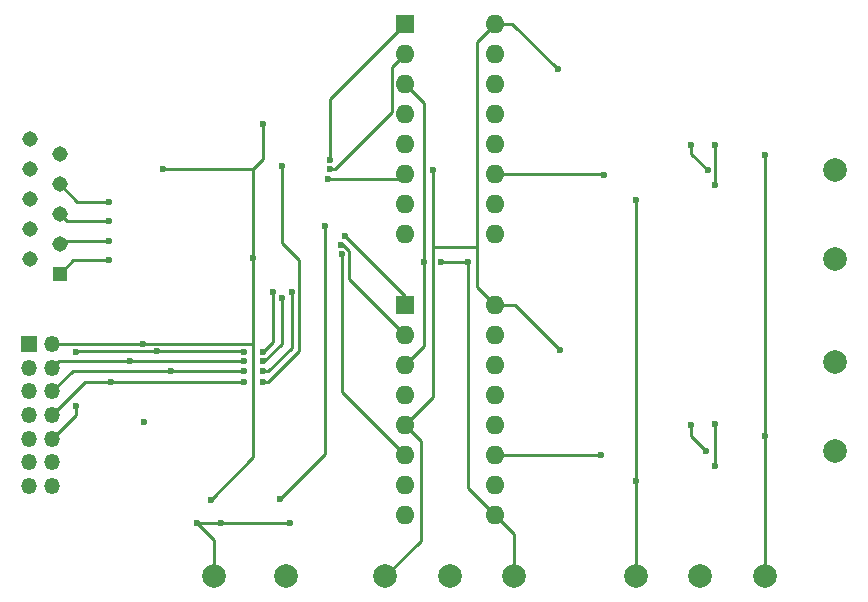
<source format=gbr>
G04 #@! TF.GenerationSoftware,KiCad,Pcbnew,(5.1.10-0-10_14)*
G04 #@! TF.CreationDate,2021-05-14T17:15:12+02:00*
G04 #@! TF.ProjectId,dac-i2s-nos,6461632d-6932-4732-9d6e-6f732e6b6963,rev?*
G04 #@! TF.SameCoordinates,Original*
G04 #@! TF.FileFunction,Copper,L2,Bot*
G04 #@! TF.FilePolarity,Positive*
%FSLAX46Y46*%
G04 Gerber Fmt 4.6, Leading zero omitted, Abs format (unit mm)*
G04 Created by KiCad (PCBNEW (5.1.10-0-10_14)) date 2021-05-14 17:15:12*
%MOMM*%
%LPD*%
G01*
G04 APERTURE LIST*
G04 #@! TA.AperFunction,ComponentPad*
%ADD10R,1.308000X1.308000*%
G04 #@! TD*
G04 #@! TA.AperFunction,ComponentPad*
%ADD11C,1.308000*%
G04 #@! TD*
G04 #@! TA.AperFunction,ComponentPad*
%ADD12O,1.350000X1.350000*%
G04 #@! TD*
G04 #@! TA.AperFunction,ComponentPad*
%ADD13R,1.350000X1.350000*%
G04 #@! TD*
G04 #@! TA.AperFunction,ComponentPad*
%ADD14C,2.000000*%
G04 #@! TD*
G04 #@! TA.AperFunction,ComponentPad*
%ADD15O,1.600000X1.600000*%
G04 #@! TD*
G04 #@! TA.AperFunction,ComponentPad*
%ADD16R,1.600000X1.600000*%
G04 #@! TD*
G04 #@! TA.AperFunction,ViaPad*
%ADD17C,0.600000*%
G04 #@! TD*
G04 #@! TA.AperFunction,Conductor*
%ADD18C,0.250000*%
G04 #@! TD*
G04 APERTURE END LIST*
D10*
X115421000Y-85982000D03*
D11*
X112881000Y-84712000D03*
X115421000Y-83442000D03*
X112881000Y-82172000D03*
X115421000Y-80902000D03*
X112881000Y-79632000D03*
X115421000Y-78362000D03*
X112881000Y-77092000D03*
X115421000Y-75822000D03*
X112881000Y-74552000D03*
D12*
X114808000Y-103948000D03*
X112808000Y-103948000D03*
X114808000Y-101948000D03*
X112808000Y-101948000D03*
X114808000Y-99948000D03*
X112808000Y-99948000D03*
X114808000Y-97948000D03*
X112808000Y-97948000D03*
X114808000Y-95948000D03*
X112808000Y-95948000D03*
X114808000Y-93948000D03*
X112808000Y-93948000D03*
X114808000Y-91948000D03*
D13*
X112808000Y-91948000D03*
D14*
X181102000Y-93472000D03*
X181102000Y-100965000D03*
D15*
X152294000Y-88646000D03*
X144674000Y-106426000D03*
X152294000Y-91186000D03*
X144674000Y-103886000D03*
X152294000Y-93726000D03*
X144674000Y-101346000D03*
X152294000Y-96266000D03*
X144674000Y-98806000D03*
X152294000Y-98806000D03*
X144674000Y-96266000D03*
X152294000Y-101346000D03*
X144674000Y-93726000D03*
X152294000Y-103886000D03*
X144674000Y-91186000D03*
X152294000Y-106426000D03*
D16*
X144674000Y-88646000D03*
D14*
X169672000Y-111569500D03*
X164211000Y-111569500D03*
X175133000Y-111569500D03*
X181102000Y-84709000D03*
X181102000Y-77216000D03*
X148463000Y-111569500D03*
X143002000Y-111569500D03*
X153924000Y-111569500D03*
D15*
X152318501Y-64821001D03*
X144698501Y-82601001D03*
X152318501Y-67361001D03*
X144698501Y-80061001D03*
X152318501Y-69901001D03*
X144698501Y-77521001D03*
X152318501Y-72441001D03*
X144698501Y-74981001D03*
X152318501Y-74981001D03*
X144698501Y-72441001D03*
X152318501Y-77521001D03*
X144698501Y-69901001D03*
X152318501Y-80061001D03*
X144698501Y-67361001D03*
X152318501Y-82601001D03*
D16*
X144698501Y-64821001D03*
D14*
X134556500Y-111569500D03*
X128460500Y-111569500D03*
D17*
X122555000Y-98552000D03*
X128211500Y-105151000D03*
X124180000Y-77115000D03*
X122491500Y-91948000D03*
X132649000Y-73345000D03*
X131826000Y-84645500D03*
X134048500Y-105092500D03*
X137922000Y-81915000D03*
X134937500Y-107124500D03*
X129095500Y-107124500D03*
X127063500Y-107124500D03*
X135064500Y-87566500D03*
X124841000Y-94234000D03*
X131064000Y-94234000D03*
X132651500Y-94234000D03*
X134239000Y-76835000D03*
X119761000Y-95186500D03*
X131064000Y-95186500D03*
X132651500Y-95186500D03*
X133477000Y-87566500D03*
X116776500Y-97218500D03*
X116776500Y-92646500D03*
X123644500Y-92573000D03*
X131064000Y-92583000D03*
X132651500Y-92583000D03*
X134246895Y-88008231D03*
X121383997Y-93373003D03*
X132651500Y-93383003D03*
X131064000Y-93408500D03*
X138303000Y-76327000D03*
X139573000Y-82804000D03*
X149987000Y-84963000D03*
X147701000Y-84963000D03*
X146304000Y-84963000D03*
X157620500Y-68693500D03*
X157772500Y-92417500D03*
X147066000Y-77216000D03*
X164211000Y-103505000D03*
X164211000Y-79756000D03*
X175133000Y-99695000D03*
X175133000Y-75946000D03*
X138176000Y-77978000D03*
X138303000Y-77127003D03*
X139319969Y-84345571D03*
X139275887Y-83546784D03*
X161290000Y-101346000D03*
X170942000Y-98679000D03*
X170942000Y-102235000D03*
X170180000Y-100965000D03*
X168910000Y-98806000D03*
X161544000Y-77597000D03*
X170942000Y-78486000D03*
X170942000Y-75057000D03*
X170307000Y-77216000D03*
X168910000Y-75057000D03*
X119634000Y-84836000D03*
X119634000Y-83185000D03*
X119634000Y-81534000D03*
X119634000Y-79883000D03*
D18*
X128211500Y-105151000D02*
X128047499Y-104986999D01*
X122491500Y-91948000D02*
X122682000Y-91948000D01*
X114808000Y-91948000D02*
X122491500Y-91948000D01*
X128211500Y-105151000D02*
X128110999Y-105050499D01*
X124180000Y-77115000D02*
X131788500Y-77115000D01*
X132649000Y-76254500D02*
X132649000Y-73345000D01*
X131788500Y-77115000D02*
X132649000Y-76254500D01*
X131826000Y-77152500D02*
X131788500Y-77115000D01*
X131826000Y-84645500D02*
X131826000Y-77152500D01*
X131826000Y-101536500D02*
X128211500Y-105151000D01*
X122491500Y-91948000D02*
X131826000Y-91948000D01*
X131826000Y-91948000D02*
X131826000Y-101536500D01*
X131826000Y-84645500D02*
X131826000Y-91948000D01*
X134112000Y-105029000D02*
X134048500Y-105092500D01*
X137922000Y-101219000D02*
X134048500Y-105092500D01*
X137922000Y-81915000D02*
X137922000Y-101219000D01*
X134937500Y-107124500D02*
X129095500Y-107124500D01*
X129095500Y-107124500D02*
X127063500Y-107124500D01*
X128460500Y-108521500D02*
X127063500Y-107124500D01*
X128460500Y-111569500D02*
X128460500Y-108521500D01*
X114872000Y-96012000D02*
X114808000Y-95948000D01*
X116522000Y-94234000D02*
X114808000Y-95948000D01*
X124841000Y-94234000D02*
X116522000Y-94234000D01*
X124841000Y-94234000D02*
X131064000Y-94234000D01*
X135064500Y-92245264D02*
X135064500Y-87566500D01*
X133075764Y-94234000D02*
X135064500Y-92245264D01*
X132651500Y-94234000D02*
X133075764Y-94234000D01*
X117569500Y-95186500D02*
X114808000Y-97948000D01*
X119761000Y-95186500D02*
X117569500Y-95186500D01*
X119761000Y-95186500D02*
X131064000Y-95186500D01*
X135689501Y-92572763D02*
X135689501Y-84826001D01*
X133075764Y-95186500D02*
X135689501Y-92572763D01*
X132651500Y-95186500D02*
X133075764Y-95186500D01*
X134239000Y-83375500D02*
X134239000Y-76835000D01*
X135689501Y-84826001D02*
X134239000Y-83375500D01*
X116850000Y-92573000D02*
X116776500Y-92646500D01*
X116776500Y-97979500D02*
X114808000Y-99948000D01*
X116776500Y-97218500D02*
X116776500Y-97979500D01*
X121338500Y-92573000D02*
X116850000Y-92573000D01*
X123644500Y-92573000D02*
X121338500Y-92573000D01*
X131054000Y-92573000D02*
X131064000Y-92583000D01*
X123644500Y-92573000D02*
X131054000Y-92573000D01*
X133477000Y-91757500D02*
X132651500Y-92583000D01*
X133477000Y-87566500D02*
X133477000Y-91757500D01*
X115382997Y-93373003D02*
X114808000Y-93948000D01*
X119097997Y-93373003D02*
X115382997Y-93373003D01*
X121383997Y-93373003D02*
X119097997Y-93373003D01*
X132776499Y-93383003D02*
X132651500Y-93383003D01*
X134246895Y-91912607D02*
X132776499Y-93383003D01*
X134246895Y-88008231D02*
X134246895Y-91912607D01*
X121419494Y-93408500D02*
X121383997Y-93373003D01*
X131064000Y-93408500D02*
X121419494Y-93408500D01*
X144474999Y-64821001D02*
X144698501Y-64821001D01*
X144622502Y-64897000D02*
X144698501Y-64821001D01*
X138303000Y-71216502D02*
X138303000Y-76327000D01*
X144698501Y-64821001D02*
X138303000Y-71216502D01*
X144674000Y-87905000D02*
X144674000Y-88646000D01*
X139573000Y-82804000D02*
X144674000Y-87905000D01*
X144698501Y-69901001D02*
X146304000Y-71506500D01*
X146304000Y-92096000D02*
X144674000Y-93726000D01*
X149987000Y-104119000D02*
X150188000Y-104320000D01*
X149987000Y-84963000D02*
X149987000Y-104119000D01*
X152294000Y-106426000D02*
X150188000Y-104320000D01*
X149987000Y-84963000D02*
X147701000Y-84963000D01*
X146304000Y-84963000D02*
X146304000Y-92096000D01*
X146304000Y-71506500D02*
X146304000Y-84963000D01*
X153924000Y-108056000D02*
X152294000Y-106426000D01*
X153924000Y-111569500D02*
X153924000Y-108056000D01*
X152318501Y-64821001D02*
X150749000Y-66390502D01*
X150749000Y-87101000D02*
X152294000Y-88646000D01*
X147066000Y-96414000D02*
X147013000Y-96467000D01*
X144674000Y-98806000D02*
X147013000Y-96467000D01*
X153748001Y-64821001D02*
X157620500Y-68693500D01*
X152318501Y-64821001D02*
X153748001Y-64821001D01*
X154001000Y-88646000D02*
X157772500Y-92417500D01*
X152294000Y-88646000D02*
X154001000Y-88646000D01*
X150749000Y-83693000D02*
X147066000Y-83693000D01*
X147066000Y-77216000D02*
X147066000Y-83693000D01*
X147066000Y-83693000D02*
X147066000Y-96414000D01*
X150749000Y-66390502D02*
X150749000Y-83693000D01*
X150749000Y-83693000D02*
X150749000Y-87101000D01*
X145986500Y-100118500D02*
X145986500Y-108585000D01*
X145986500Y-108585000D02*
X143002000Y-111569500D01*
X144674000Y-98806000D02*
X145986500Y-100118500D01*
X164211000Y-103505000D02*
X164211000Y-79756000D01*
X164211000Y-111569500D02*
X164211000Y-103505000D01*
X175133000Y-99695000D02*
X175133000Y-75946000D01*
X175133000Y-111569500D02*
X175133000Y-99695000D01*
X144647500Y-77470000D02*
X144698501Y-77521001D01*
X144241502Y-77978000D02*
X144698501Y-77521001D01*
X138176000Y-77978000D02*
X144241502Y-77978000D01*
X144698501Y-67391499D02*
X144698501Y-67361001D01*
X143573500Y-68486002D02*
X144698501Y-67361001D01*
X143573500Y-72280767D02*
X143573500Y-68486002D01*
X138727264Y-77127003D02*
X143573500Y-72280767D01*
X138303000Y-77127003D02*
X138727264Y-77127003D01*
X139319969Y-95991969D02*
X144674000Y-101346000D01*
X139319969Y-84345571D02*
X139319969Y-95991969D01*
X139446184Y-83546784D02*
X139275887Y-83546784D01*
X139944970Y-84045570D02*
X139446184Y-83546784D01*
X139944970Y-86456970D02*
X139944970Y-84045570D01*
X144674000Y-91186000D02*
X139944970Y-86456970D01*
X152294000Y-101346000D02*
X161290000Y-101346000D01*
X170942000Y-98679000D02*
X170942000Y-102235000D01*
X170180000Y-100965000D02*
X168910000Y-99695000D01*
X168910000Y-99695000D02*
X168910000Y-98806000D01*
X152394500Y-77597000D02*
X152318501Y-77521001D01*
X161468001Y-77521001D02*
X161544000Y-77597000D01*
X152318501Y-77521001D02*
X161468001Y-77521001D01*
X170942000Y-78486000D02*
X170942000Y-75057000D01*
X170307000Y-77216000D02*
X168910000Y-75819000D01*
X168910000Y-75819000D02*
X168910000Y-75057000D01*
X116567000Y-84836000D02*
X115421000Y-85982000D01*
X119634000Y-84836000D02*
X116567000Y-84836000D01*
X115678000Y-83185000D02*
X115421000Y-83442000D01*
X119634000Y-83185000D02*
X115678000Y-83185000D01*
X116053000Y-81534000D02*
X115421000Y-80902000D01*
X119634000Y-81534000D02*
X116053000Y-81534000D01*
X116942000Y-79883000D02*
X115421000Y-78362000D01*
X119634000Y-79883000D02*
X116942000Y-79883000D01*
M02*

</source>
